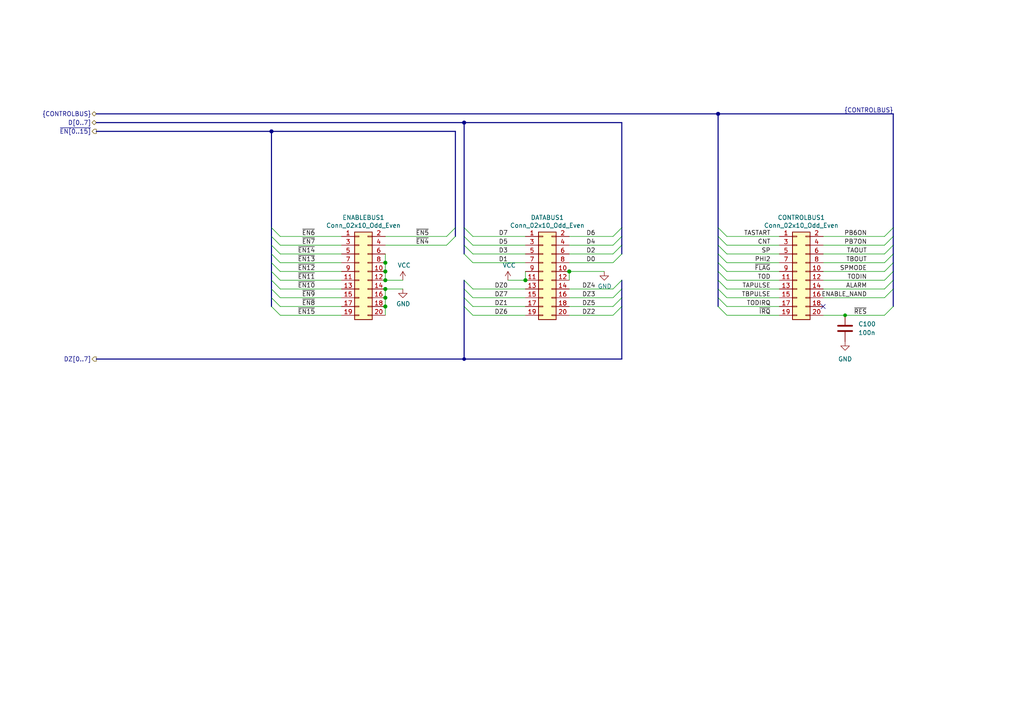
<source format=kicad_sch>
(kicad_sch (version 20211123) (generator eeschema)
  (paper "A4")
  (title_block (title "74HCT6526 Board 1") (date "2023-06-22") (rev "0.2.2") (company "Daniel Molina") (comment 1 "https://github.com/dmolinagarcia/74HCT6526"))
  (lib_symbols
    (symbol "Connector_Generic:Conn_02x10_Odd_Even" (pin_names (offset 1.016) hide)
      (property "Reference" "J" (at 1.27 12.7 0))
      (property "Value" "Conn_02x10_Odd_Even" (at 1.27 -15.24 0))
      (symbol "Conn_02x10_Odd_Even_1_1"
        (rectangle (start -1.27 -12.573) (end 0 -12.827) (stroke (width 0.1524)))
        (rectangle (start -1.27 -10.033) (end 0 -10.287) (stroke (width 0.1524)))
        (rectangle (start -1.27 -7.493) (end 0 -7.747) (stroke (width 0.1524)))
        (rectangle (start -1.27 -4.953) (end 0 -5.207) (stroke (width 0.1524)))
        (rectangle (start -1.27 -2.413) (end 0 -2.667) (stroke (width 0.1524)))
        (rectangle (start -1.27 0.127) (end 0 -0.127) (stroke (width 0.1524)))
        (rectangle (start -1.27 2.667) (end 0 2.413) (stroke (width 0.1524)))
        (rectangle (start -1.27 5.207) (end 0 4.953) (stroke (width 0.1524)))
        (rectangle (start -1.27 7.747) (end 0 7.493) (stroke (width 0.1524)))
        (rectangle (start -1.27 10.287) (end 0 10.033) (stroke (width 0.1524)))
        (rectangle (start -1.27 11.43) (end 3.81 -13.97) (stroke (width 0.254)) (fill (type background)))
        (rectangle (start 3.81 -12.573) (end 2.54 -12.827) (stroke (width 0.1524)))
        (rectangle (start 3.81 -10.033) (end 2.54 -10.287) (stroke (width 0.1524)))
        (rectangle (start 3.81 -7.493) (end 2.54 -7.747) (stroke (width 0.1524)))
        (rectangle (start 3.81 -4.953) (end 2.54 -5.207) (stroke (width 0.1524)))
        (rectangle (start 3.81 -2.413) (end 2.54 -2.667) (stroke (width 0.1524)))
        (rectangle (start 3.81 0.127) (end 2.54 -0.127) (stroke (width 0.1524)))
        (rectangle (start 3.81 2.667) (end 2.54 2.413) (stroke (width 0.1524)))
        (rectangle (start 3.81 5.207) (end 2.54 4.953) (stroke (width 0.1524)))
        (rectangle (start 3.81 7.747) (end 2.54 7.493) (stroke (width 0.1524)))
        (rectangle (start 3.81 10.287) (end 2.54 10.033) (stroke (width 0.1524)))
        (pin passive line (at -5.08 10.16 0) (length 3.81) (name "Pin_1") (number "1"))
        (pin passive line (at 7.62 0 180) (length 3.81) (name "Pin_10") (number "10"))
        (pin passive line (at -5.08 -2.54 0) (length 3.81) (name "Pin_11") (number "11"))
        (pin passive line (at 7.62 -2.54 180) (length 3.81) (name "Pin_12") (number "12"))
        (pin passive line (at -5.08 -5.08 0) (length 3.81) (name "Pin_13") (number "13"))
        (pin passive line (at 7.62 -5.08 180) (length 3.81) (name "Pin_14") (number "14"))
        (pin passive line (at -5.08 -7.62 0) (length 3.81) (name "Pin_15") (number "15"))
        (pin passive line (at 7.62 -7.62 180) (length 3.81) (name "Pin_16") (number "16"))
        (pin passive line (at -5.08 -10.16 0) (length 3.81) (name "Pin_17") (number "17"))
        (pin passive line (at 7.62 -10.16 180) (length 3.81) (name "Pin_18") (number "18"))
        (pin passive line (at -5.08 -12.7 0) (length 3.81) (name "Pin_19") (number "19"))
        (pin passive line (at 7.62 10.16 180) (length 3.81) (name "Pin_2") (number "2"))
        (pin passive line (at 7.62 -12.7 180) (length 3.81) (name "Pin_20") (number "20"))
        (pin passive line (at -5.08 7.62 0) (length 3.81) (name "Pin_3") (number "3"))
        (pin passive line (at 7.62 7.62 180) (length 3.81) (name "Pin_4") (number "4"))
        (pin passive line (at -5.08 5.08 0) (length 3.81) (name "Pin_5") (number "5"))
        (pin passive line (at 7.62 5.08 180) (length 3.81) (name "Pin_6") (number "6"))
        (pin passive line (at -5.08 2.54 0) (length 3.81) (name "Pin_7") (number "7"))
        (pin passive line (at 7.62 2.54 180) (length 3.81) (name "Pin_8") (number "8"))
        (pin passive line (at -5.08 0 0) (length 3.81) (name "Pin_9") (number "9"))
      )
    )
    (symbol "Device:C" (pin_numbers hide) (pin_names (offset 0.254))
      (property "Reference" "C" (at 0.635 2.54 0))
      (property "Value" "C" (at 0.635 -2.54 0))
      (symbol "C_0_1"
        (polyline (pts (xy -2.032 -0.762) (xy 2.032 -0.762)) (stroke (width 0.508)))
        (polyline (pts (xy -2.032 0.762) (xy 2.032 0.762)) (stroke (width 0.508)))
      )
      (symbol "C_1_1"
        (pin passive line (at 0 3.81 270) (length 2.794) (name "~") (number "1"))
        (pin passive line (at 0 -3.81 90) (length 2.794) (name "~") (number "2"))
      )
    )
    (symbol "power:GND" (power) (pin_names (offset 0))
      (property "Value" "GND" (at 0 -3.81 0))
      (symbol "GND_0_1"
        (polyline (pts (xy 0 0) (xy 0 -1.27) (xy 1.27 -1.27) (xy 0 -2.54) (xy -1.27 -1.27) (xy 0 -1.27)))
      )
      (symbol "GND_1_1"
        (pin power_in line (at 0 0 270) (length 0) hide (name "GND") (number "1"))
      )
    )
    (symbol "power:VCC" (power) (pin_names (offset 0))
      (property "Value" "VCC" (at 0 3.81 0))
      (symbol "VCC_0_1"
        (polyline (pts (xy -0.762 1.27) (xy 0 2.54)))
        (polyline (pts (xy 0 0) (xy 0 2.54)))
        (polyline (pts (xy 0 2.54) (xy 0.762 1.27)))
      )
      (symbol "VCC_1_1"
        (pin power_in line (at 0 0 90) (length 0) hide (name "VCC") (number "1"))
      )
    )
  )
  (junction (at 165.1 78.74) (diameter 1.016))
  (junction (at 152.4 81.28) (diameter 1.016))
  (junction (at 134.62 35.56) (diameter 1.016))
  (junction (at 208.28 33.02) (diameter 1.016))
  (junction (at 111.76 78.74) (diameter 1.016))
  (junction (at 111.76 76.2) (diameter 1.016))
  (junction (at 111.76 83.82) (diameter 1.016))
  (junction (at 111.76 86.36) (diameter 1.016))
  (junction (at 78.74 38.1) (diameter 1.016))
  (junction (at 245.11 91.44))
  (junction (at 134.62 104.14))
  (junction (at 111.76 88.9) (diameter 1.016))
  (junction (at 111.76 81.28) (diameter 1.016))
  (no_connect (at 238.76 88.9))
  (bus_entry (at 259.08 88.9) (size -2.54 2.54) (stroke (width 0.1524)))
  (bus_entry (at 132.08 66.04) (size -2.54 2.54) (stroke (width 0.1524)))
  (bus_entry (at 134.62 83.82) (size 2.54 2.54) (stroke (width 0.1524)))
  (bus_entry (at 78.74 78.74) (size 2.54 2.54) (stroke (width 0.1524)))
  (bus_entry (at 180.34 73.66) (size -2.54 2.54) (stroke (width 0.1524)))
  (bus_entry (at 78.74 86.36) (size 2.54 2.54) (stroke (width 0.1524)))
  (bus_entry (at 180.34 81.28) (size -2.54 2.54) (stroke (width 0.1524)))
  (bus_entry (at 259.08 76.2) (size -2.54 2.54) (stroke (width 0.1524)))
  (bus_entry (at 78.74 68.58) (size 2.54 2.54) (stroke (width 0.1524)))
  (bus_entry (at 180.34 86.36) (size -2.54 2.54) (stroke (width 0.1524)))
  (bus_entry (at 180.34 83.82) (size -2.54 2.54) (stroke (width 0.1524)))
  (bus_entry (at 180.34 68.58) (size -2.54 2.54) (stroke (width 0.1524)))
  (bus_entry (at 259.08 81.28) (size -2.54 2.54) (stroke (width 0.1524)))
  (bus_entry (at 78.74 83.82) (size 2.54 2.54) (stroke (width 0.1524)))
  (bus_entry (at 259.08 83.82) (size -2.54 2.54) (stroke (width 0.1524)))
  (bus_entry (at 78.74 73.66) (size 2.54 2.54) (stroke (width 0.1524)))
  (bus_entry (at 78.74 66.04) (size 2.54 2.54) (stroke (width 0.1524)))
  (bus_entry (at 78.74 88.9) (size 2.54 2.54) (stroke (width 0.1524)))
  (bus_entry (at 180.34 71.12) (size -2.54 2.54) (stroke (width 0.1524)))
  (bus_entry (at 259.08 68.58) (size -2.54 2.54) (stroke (width 0.1524)))
  (bus_entry (at 134.62 66.04) (size 2.54 2.54) (stroke (width 0.1524)))
  (bus_entry (at 78.74 81.28) (size 2.54 2.54) (stroke (width 0.1524)))
  (bus_entry (at 208.28 81.28) (size 2.54 2.54) (stroke (width 0.1524)))
  (bus_entry (at 78.74 76.2) (size 2.54 2.54) (stroke (width 0.1524)))
  (bus_entry (at 208.28 83.82) (size 2.54 2.54) (stroke (width 0.1524)))
  (bus_entry (at 134.62 68.58) (size 2.54 2.54) (stroke (width 0.1524)))
  (bus_entry (at 208.28 88.9) (size 2.54 2.54) (stroke (width 0.1524)))
  (bus_entry (at 208.28 66.04) (size 2.54 2.54) (stroke (width 0.1524)))
  (bus_entry (at 180.34 66.04) (size -2.54 2.54) (stroke (width 0.1524)))
  (bus_entry (at 208.28 73.66) (size 2.54 2.54) (stroke (width 0.1524)))
  (bus_entry (at 259.08 71.12) (size -2.54 2.54) (stroke (width 0.1524)))
  (bus_entry (at 259.08 78.74) (size -2.54 2.54) (stroke (width 0.1524)))
  (bus_entry (at 134.62 86.36) (size 2.54 2.54) (stroke (width 0.1524)))
  (bus_entry (at 259.08 66.04) (size -2.54 2.54) (stroke (width 0.1524)))
  (bus_entry (at 134.62 81.28) (size 2.54 2.54) (stroke (width 0.1524)))
  (bus_entry (at 78.74 71.12) (size 2.54 2.54) (stroke (width 0.1524)))
  (bus_entry (at 134.62 88.9) (size 2.54 2.54) (stroke (width 0.1524)))
  (bus_entry (at 259.08 73.66) (size -2.54 2.54) (stroke (width 0.1524)))
  (bus_entry (at 180.34 88.9) (size -2.54 2.54) (stroke (width 0.1524)))
  (bus_entry (at 208.28 86.36) (size 2.54 2.54) (stroke (width 0.1524)))
  (bus_entry (at 134.62 73.66) (size 2.54 2.54) (stroke (width 0.1524)))
  (bus_entry (at 208.28 78.74) (size 2.54 2.54) (stroke (width 0.1524)))
  (bus_entry (at 132.08 68.58) (size -2.54 2.54) (stroke (width 0.1524)))
  (bus_entry (at 208.28 68.58) (size 2.54 2.54) (stroke (width 0.1524)))
  (bus_entry (at 208.28 76.2) (size 2.54 2.54) (stroke (width 0.1524)))
  (bus_entry (at 208.28 71.12) (size 2.54 2.54) (stroke (width 0.1524)))
  (bus_entry (at 134.62 71.12) (size 2.54 2.54) (stroke (width 0.1524)))
  (wire (pts (xy 81.28 86.36) (xy 99.06 86.36)))
  (bus (pts (xy 259.08 68.58) (xy 259.08 71.12)))
  (wire (pts (xy 238.76 71.12) (xy 256.54 71.12)))
  (bus (pts (xy 259.08 73.66) (xy 259.08 76.2)))
  (bus (pts (xy 259.08 78.74) (xy 259.08 81.28)))
  (wire (pts (xy 111.76 81.28) (xy 116.84 81.28)))
  (bus (pts (xy 180.34 68.58) (xy 180.34 71.12)))
  (wire (pts (xy 165.1 78.74) (xy 165.1 81.28)))
  (bus (pts (xy 208.28 66.04) (xy 208.28 68.58)))
  (bus (pts (xy 180.34 71.12) (xy 180.34 73.66)))
  (bus (pts (xy 208.28 78.74) (xy 208.28 81.28)))
  (wire (pts (xy 152.4 78.74) (xy 152.4 81.28)))
  (wire (pts (xy 111.76 71.12) (xy 129.54 71.12)))
  (bus (pts (xy 208.28 33.02) (xy 208.28 66.04)))
  (bus (pts (xy 134.62 104.14) (xy 134.62 88.9)))
  (bus (pts (xy 134.62 35.56) (xy 134.62 66.04)))
  (bus (pts (xy 132.08 38.1) (xy 132.08 66.04)))
  (wire (pts (xy 147.32 81.28) (xy 152.4 81.28)))
  (bus (pts (xy 78.74 38.1) (xy 132.08 38.1)))
  (wire (pts (xy 210.82 73.66) (xy 226.06 73.66)))
  (bus (pts (xy 134.62 81.28) (xy 134.62 83.82)))
  (bus (pts (xy 78.74 66.04) (xy 78.74 68.58)))
  (bus (pts (xy 180.34 83.82) (xy 180.34 86.36)))
  (bus (pts (xy 78.74 83.82) (xy 78.74 86.36)))
  (bus (pts (xy 27.94 35.56) (xy 134.62 35.56)))
  (wire (pts (xy 165.1 73.66) (xy 177.8 73.66)))
  (wire (pts (xy 165.1 76.2) (xy 177.8 76.2)))
  (bus (pts (xy 134.62 71.12) (xy 134.62 73.66)))
  (wire (pts (xy 111.76 83.82) (xy 111.76 86.36)))
  (bus (pts (xy 134.62 86.36) (xy 134.62 88.9)))
  (bus (pts (xy 78.74 38.1) (xy 78.74 66.04)))
  (wire (pts (xy 210.82 86.36) (xy 226.06 86.36)))
  (bus (pts (xy 259.08 76.2) (xy 259.08 78.74)))
  (bus (pts (xy 132.08 66.04) (xy 132.08 68.58)))
  (bus (pts (xy 134.62 68.58) (xy 134.62 71.12)))
  (wire (pts (xy 137.16 83.82) (xy 152.4 83.82)))
  (bus (pts (xy 134.62 35.56) (xy 180.34 35.56)))
  (bus (pts (xy 259.08 66.04) (xy 259.08 68.58)))
  (wire (pts (xy 137.16 76.2) (xy 152.4 76.2)))
  (wire (pts (xy 137.16 68.58) (xy 152.4 68.58)))
  (wire (pts (xy 81.28 78.74) (xy 99.06 78.74)))
  (bus (pts (xy 134.62 83.82) (xy 134.62 86.36)))
  (bus (pts (xy 208.28 83.82) (xy 208.28 86.36)))
  (wire (pts (xy 81.28 81.28) (xy 99.06 81.28)))
  (bus (pts (xy 208.28 68.58) (xy 208.28 71.12)))
  (bus (pts (xy 78.74 78.74) (xy 78.74 81.28)))
  (wire (pts (xy 210.82 88.9) (xy 226.06 88.9)))
  (wire (pts (xy 238.76 78.74) (xy 256.54 78.74)))
  (wire (pts (xy 81.28 76.2) (xy 99.06 76.2)))
  (wire (pts (xy 165.1 91.44) (xy 177.8 91.44)))
  (wire (pts (xy 81.28 83.82) (xy 99.06 83.82)))
  (wire (pts (xy 111.76 68.58) (xy 129.54 68.58)))
  (wire (pts (xy 81.28 91.44) (xy 99.06 91.44)))
  (wire (pts (xy 81.28 68.58) (xy 99.06 68.58)))
  (wire (pts (xy 210.82 76.2) (xy 226.06 76.2)))
  (bus (pts (xy 78.74 81.28) (xy 78.74 83.82)))
  (wire (pts (xy 165.1 88.9) (xy 177.8 88.9)))
  (wire (pts (xy 238.76 86.36) (xy 256.54 86.36)))
  (wire (pts (xy 165.1 86.36) (xy 177.8 86.36)))
  (wire (pts (xy 210.82 81.28) (xy 226.06 81.28)))
  (bus (pts (xy 78.74 68.58) (xy 78.74 71.12)))
  (wire (pts (xy 81.28 88.9) (xy 99.06 88.9)))
  (wire (pts (xy 245.11 91.44) (xy 256.54 91.44)))
  (bus (pts (xy 180.34 104.14) (xy 180.34 88.9)))
  (bus (pts (xy 78.74 76.2) (xy 78.74 78.74)))
  (bus (pts (xy 134.62 66.04) (xy 134.62 68.58)))
  (bus (pts (xy 259.08 33.02) (xy 259.08 66.04)))
  (wire (pts (xy 238.76 73.66) (xy 256.54 73.66)))
  (wire (pts (xy 210.82 68.58) (xy 226.06 68.58)))
  (wire (pts (xy 111.76 88.9) (xy 111.76 91.44)))
  (bus (pts (xy 180.34 86.36) (xy 180.34 88.9)))
  (wire (pts (xy 81.28 71.12) (xy 99.06 71.12)))
  (wire (pts (xy 111.76 76.2) (xy 111.76 78.74)))
  (wire (pts (xy 81.28 73.66) (xy 99.06 73.66)))
  (bus (pts (xy 78.74 71.12) (xy 78.74 73.66)))
  (wire (pts (xy 210.82 91.44) (xy 226.06 91.44)))
  (bus (pts (xy 208.28 71.12) (xy 208.28 73.66)))
  (bus (pts (xy 180.34 66.04) (xy 180.34 68.58)))
  (bus (pts (xy 208.28 86.36) (xy 208.28 88.9)))
  (bus (pts (xy 27.94 104.14) (xy 134.62 104.14)))
  (bus (pts (xy 27.94 38.1) (xy 78.74 38.1)))
  (wire (pts (xy 210.82 83.82) (xy 226.06 83.82)))
  (wire (pts (xy 165.1 83.82) (xy 177.8 83.82)))
  (bus (pts (xy 134.62 104.14) (xy 180.34 104.14)))
  (wire (pts (xy 165.1 68.58) (xy 177.8 68.58)))
  (wire (pts (xy 137.16 73.66) (xy 152.4 73.66)))
  (wire (pts (xy 238.76 91.44) (xy 245.11 91.44)))
  (bus (pts (xy 259.08 71.12) (xy 259.08 73.66)))
  (wire (pts (xy 238.76 83.82) (xy 256.54 83.82)))
  (bus (pts (xy 208.28 76.2) (xy 208.28 78.74)))
  (wire (pts (xy 165.1 78.74) (xy 175.26 78.74)))
  (wire (pts (xy 238.76 81.28) (xy 256.54 81.28)))
  (wire (pts (xy 111.76 78.74) (xy 111.76 81.28)))
  (bus (pts (xy 208.28 81.28) (xy 208.28 83.82)))
  (bus (pts (xy 78.74 73.66) (xy 78.74 76.2)))
  (bus (pts (xy 208.28 33.02) (xy 259.08 33.02)))
  (wire (pts (xy 137.16 91.44) (xy 152.4 91.44)))
  (bus (pts (xy 208.28 73.66) (xy 208.28 76.2)))
  (wire (pts (xy 210.82 78.74) (xy 226.06 78.74)))
  (bus (pts (xy 78.74 86.36) (xy 78.74 88.9)))
  (wire (pts (xy 210.82 71.12) (xy 226.06 71.12)))
  (wire (pts (xy 111.76 86.36) (xy 111.76 88.9)))
  (bus (pts (xy 259.08 81.28) (xy 259.08 83.82)))
  (bus (pts (xy 180.34 35.56) (xy 180.34 66.04)))
  (bus (pts (xy 259.08 83.82) (xy 259.08 88.9)))
  (wire (pts (xy 137.16 86.36) (xy 152.4 86.36)))
  (wire (pts (xy 165.1 71.12) (xy 177.8 71.12)))
  (wire (pts (xy 137.16 88.9) (xy 152.4 88.9)))
  (wire (pts (xy 238.76 76.2) (xy 256.54 76.2)))
  (wire (pts (xy 238.76 68.58) (xy 256.54 68.58)))
  (bus (pts (xy 27.94 33.02) (xy 208.28 33.02)))
  (wire (pts (xy 111.76 83.82) (xy 116.84 83.82)))
  (bus (pts (xy 180.34 81.28) (xy 180.34 83.82)))
  (wire (pts (xy 111.76 73.66) (xy 111.76 76.2)))
  (wire (pts (xy 137.16 71.12) (xy 152.4 71.12)))
  (label "CNT" (at 223.52 71.12 180))
  (label "~{EN10}" (at 91.44 83.82 180))
  (label "DZ3" (at 172.72 86.36 180))
  (label "D7" (at 147.32 68.58 180))
  (label "~{EN14}" (at 91.44 73.66 180))
  (label "TODIN" (at 251.46 81.28 180))
  (label "D6" (at 172.72 68.58 180))
  (label "DZ1" (at 147.32 88.9 180))
  (label "~{EN4}" (at 124.46 71.12 180))
  (label "DZ2" (at 172.72 91.44 180))
  (label "TBPULSE" (at 223.52 86.36 180))
  (label "~{EN12}" (at 91.44 78.74 180))
  (label "PB7ON" (at 251.46 71.12 180))
  (label "PB6ON" (at 251.46 68.58 180))
  (label "D1" (at 147.32 76.2 180))
  (label "TASTART" (at 223.52 68.58 180))
  (label "{CONTROLBUS}" (at 259.08 33.02 180))
  (label "ENABLE_NAND" (at 251.46 86.36 180))
  (label "SP" (at 223.52 73.66 180))
  (label "PHI2" (at 223.52 76.2 180))
  (label "DZ0" (at 147.32 83.82 180))
  (label "DZ7" (at 147.32 86.36 180))
  (label "TOD" (at 223.52 81.28 180))
  (label "TAPULSE" (at 223.52 83.82 180))
  (label "~{EN5}" (at 124.46 68.58 180))
  (label "TAOUT" (at 251.46 73.66 180))
  (label "D4" (at 172.72 71.12 180))
  (label "~{IRQ}" (at 223.52 91.44 180))
  (label "DZ6" (at 147.32 91.44 180))
  (label "ALARM" (at 251.46 83.82 180))
  (label "D3" (at 147.32 73.66 180))
  (label "~{EN8}" (at 91.44 88.9 180))
  (label "D5" (at 147.32 71.12 180))
  (label "~{EN15}" (at 91.44 91.44 180))
  (label "DZ4" (at 172.72 83.82 180))
  (label "~{EN9}" (at 91.44 86.36 180))
  (label "~{EN11}" (at 91.44 81.28 180))
  (label "DZ5" (at 172.72 88.9 180))
  (label "TODIRQ" (at 223.52 88.9 180))
  (label "D2" (at 172.72 73.66 180))
  (label "SPMODE" (at 251.46 78.74 180))
  (label "~{EN7}" (at 91.44 71.12 180))
  (label "~{RES}" (at 251.46 91.44 180))
  (label "~{EN6}" (at 91.44 68.58 180))
  (label "TBOUT" (at 251.46 76.2 180))
  (label "D0" (at 172.72 76.2 180))
  (label "~{FLAG}" (at 223.52 78.74 180))
  (label "~{EN13}" (at 91.44 76.2 180))
  (hierarchical_label "D[0..7]" (shape bidirectional) (at 27.94 35.56 180))
  (hierarchical_label "DZ[0..7]" (shape output) (at 27.94 104.14 180))
  (hierarchical_label "{CONTROLBUS}" (shape bidirectional) (at 27.94 33.02 180))
  (hierarchical_label "~{EN[0..15]}" (shape output) (at 27.94 38.1 180))
  (symbol (lib_id "Connector_Generic:Conn_02x10_Odd_Even") (at 157.48 78.74 0) (unit 1)
    (property "Reference" "DATABUS1" (at 158.75 63.1 0))
    (property "Value" "Conn_02x10_Odd_Even" (at 158.75 65.3985 0))
    (property "Footprint" "Connector_PinHeader_2.54mm:PinHeader_2x10_P2.54mm_Vertical" (effects hide))
  )
  (symbol (lib_id "Connector_Generic:Conn_02x10_Odd_Even") (at 231.14 78.74 0) (unit 1)
    (property "Reference" "CONTROLBUS1" (at 232.41 63.1 0))
    (property "Value" "Conn_02x10_Odd_Even" (at 232.41 65.3985 0))
    (property "Footprint" "Connector_PinHeader_2.54mm:PinHeader_2x10_P2.54mm_Vertical" (effects hide))
  )
  (symbol (lib_id "power:GND") (at 245.11 99.06 0) (unit 1)
    (property "Reference" "#PWR0171" (effects hide))
    (property "Value" "GND" (at 245.11 104.14 0))
  )
  (symbol (lib_id "power:GND") (at 116.84 83.82 0) (unit 1)
    (property "Reference" "#PWR0102" (effects hide))
    (property "Value" "GND" (at 116.9543 88.1444 0))
  )
  (symbol (lib_id "power:VCC") (at 147.32 81.28 0) (unit 1)
    (property "Reference" "#PWR0103" (effects hide))
    (property "Value" "VCC" (at 147.6883 76.9556 0))
  )
  (symbol (lib_id "power:GND") (at 175.26 78.74 0) (unit 1)
    (property "Reference" "#PWR0104" (effects hide))
    (property "Value" "GND" (at 175.3743 83.0644 0))
  )
  (symbol (lib_id "power:VCC") (at 116.84 81.28 0) (unit 1)
    (property "Reference" "#PWR0101" (effects hide))
    (property "Value" "VCC" (at 117.2083 76.9556 0))
  )
  (symbol (lib_id "Connector_Generic:Conn_02x10_Odd_Even") (at 104.14 78.74 0) (unit 1)
    (property "Reference" "ENABLEBUS1" (at 105.41 63.1 0))
    (property "Value" "Conn_02x10_Odd_Even" (at 105.41 65.3985 0))
    (property "Footprint" "Connector_PinHeader_2.54mm:PinHeader_2x10_P2.54mm_Vertical" (effects hide))
  )
  (symbol (lib_id "Device:C") (at 245.11 95.25 0) (unit 1)
    (property "Reference" "C100" (at 248.92 93.9799 0) (effects (justify left)))
    (property "Value" "100n" (at 248.92 96.5199 0) (effects (justify left)))
    (property "Footprint" "Capacitor_SMD:C_0603_1608Metric" (effects hide))
  )
)
</source>
